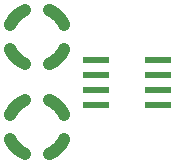
<source format=gbr>
G04 EAGLE Gerber RS-274X export*
G75*
%MOMM*%
%FSLAX34Y34*%
%LPD*%
%INSolderpaste Top*%
%IPPOS*%
%AMOC8*
5,1,8,0,0,1.08239X$1,22.5*%
G01*
%ADD10R,2.209800X0.609600*%
%ADD11C,1.016000*%


D10*
X88138Y95250D03*
X88138Y82550D03*
X88138Y69850D03*
X88138Y57150D03*
X140462Y57150D03*
X140462Y69850D03*
X140462Y82550D03*
X140462Y95250D03*
D11*
X27940Y137160D02*
X27384Y136904D01*
X26834Y136635D01*
X26290Y136353D01*
X25754Y136057D01*
X25225Y135749D01*
X24704Y135427D01*
X24191Y135093D01*
X23686Y134746D01*
X23190Y134387D01*
X22703Y134016D01*
X22225Y133633D01*
X21757Y133239D01*
X21298Y132833D01*
X20849Y132417D01*
X20411Y131989D01*
X19983Y131551D01*
X19567Y131102D01*
X19161Y130643D01*
X18767Y130175D01*
X18384Y129697D01*
X18013Y129210D01*
X17654Y128714D01*
X17307Y128209D01*
X16973Y127696D01*
X16651Y127175D01*
X16343Y126646D01*
X16047Y126110D01*
X15765Y125566D01*
X15496Y125016D01*
X15240Y124460D01*
X48260Y137160D02*
X48816Y136904D01*
X49366Y136635D01*
X49910Y136353D01*
X50446Y136057D01*
X50975Y135749D01*
X51496Y135427D01*
X52009Y135093D01*
X52514Y134746D01*
X53010Y134387D01*
X53497Y134016D01*
X53975Y133633D01*
X54443Y133239D01*
X54902Y132833D01*
X55351Y132417D01*
X55789Y131989D01*
X56217Y131551D01*
X56633Y131102D01*
X57039Y130643D01*
X57433Y130175D01*
X57816Y129697D01*
X58187Y129210D01*
X58546Y128714D01*
X58893Y128209D01*
X59227Y127696D01*
X59549Y127175D01*
X59857Y126646D01*
X60153Y126110D01*
X60435Y125566D01*
X60704Y125016D01*
X60960Y124460D01*
X60960Y104140D02*
X60704Y103584D01*
X60435Y103034D01*
X60153Y102490D01*
X59857Y101954D01*
X59549Y101425D01*
X59227Y100904D01*
X58893Y100391D01*
X58546Y99886D01*
X58187Y99390D01*
X57816Y98903D01*
X57433Y98425D01*
X57039Y97957D01*
X56633Y97498D01*
X56217Y97049D01*
X55789Y96611D01*
X55351Y96183D01*
X54902Y95767D01*
X54443Y95361D01*
X53975Y94967D01*
X53497Y94584D01*
X53010Y94213D01*
X52514Y93854D01*
X52009Y93507D01*
X51496Y93173D01*
X50975Y92851D01*
X50446Y92543D01*
X49910Y92247D01*
X49366Y91965D01*
X48816Y91696D01*
X48260Y91440D01*
X27940Y91440D02*
X27384Y91696D01*
X26834Y91965D01*
X26290Y92247D01*
X25754Y92543D01*
X25225Y92851D01*
X24704Y93173D01*
X24191Y93507D01*
X23686Y93854D01*
X23190Y94213D01*
X22703Y94584D01*
X22225Y94967D01*
X21757Y95361D01*
X21298Y95767D01*
X20849Y96183D01*
X20411Y96611D01*
X19983Y97049D01*
X19567Y97498D01*
X19161Y97957D01*
X18767Y98425D01*
X18384Y98903D01*
X18013Y99390D01*
X17654Y99886D01*
X17307Y100391D01*
X16973Y100904D01*
X16651Y101425D01*
X16343Y101954D01*
X16047Y102490D01*
X15765Y103034D01*
X15496Y103584D01*
X15240Y104140D01*
X27940Y60960D02*
X27384Y60704D01*
X26834Y60435D01*
X26290Y60153D01*
X25754Y59857D01*
X25225Y59549D01*
X24704Y59227D01*
X24191Y58893D01*
X23686Y58546D01*
X23190Y58187D01*
X22703Y57816D01*
X22225Y57433D01*
X21757Y57039D01*
X21298Y56633D01*
X20849Y56217D01*
X20411Y55789D01*
X19983Y55351D01*
X19567Y54902D01*
X19161Y54443D01*
X18767Y53975D01*
X18384Y53497D01*
X18013Y53010D01*
X17654Y52514D01*
X17307Y52009D01*
X16973Y51496D01*
X16651Y50975D01*
X16343Y50446D01*
X16047Y49910D01*
X15765Y49366D01*
X15496Y48816D01*
X15240Y48260D01*
X48260Y60960D02*
X48816Y60704D01*
X49366Y60435D01*
X49910Y60153D01*
X50446Y59857D01*
X50975Y59549D01*
X51496Y59227D01*
X52009Y58893D01*
X52514Y58546D01*
X53010Y58187D01*
X53497Y57816D01*
X53975Y57433D01*
X54443Y57039D01*
X54902Y56633D01*
X55351Y56217D01*
X55789Y55789D01*
X56217Y55351D01*
X56633Y54902D01*
X57039Y54443D01*
X57433Y53975D01*
X57816Y53497D01*
X58187Y53010D01*
X58546Y52514D01*
X58893Y52009D01*
X59227Y51496D01*
X59549Y50975D01*
X59857Y50446D01*
X60153Y49910D01*
X60435Y49366D01*
X60704Y48816D01*
X60960Y48260D01*
X60960Y27940D02*
X60704Y27384D01*
X60435Y26834D01*
X60153Y26290D01*
X59857Y25754D01*
X59549Y25225D01*
X59227Y24704D01*
X58893Y24191D01*
X58546Y23686D01*
X58187Y23190D01*
X57816Y22703D01*
X57433Y22225D01*
X57039Y21757D01*
X56633Y21298D01*
X56217Y20849D01*
X55789Y20411D01*
X55351Y19983D01*
X54902Y19567D01*
X54443Y19161D01*
X53975Y18767D01*
X53497Y18384D01*
X53010Y18013D01*
X52514Y17654D01*
X52009Y17307D01*
X51496Y16973D01*
X50975Y16651D01*
X50446Y16343D01*
X49910Y16047D01*
X49366Y15765D01*
X48816Y15496D01*
X48260Y15240D01*
X27940Y15240D02*
X27384Y15496D01*
X26834Y15765D01*
X26290Y16047D01*
X25754Y16343D01*
X25225Y16651D01*
X24704Y16973D01*
X24191Y17307D01*
X23686Y17654D01*
X23190Y18013D01*
X22703Y18384D01*
X22225Y18767D01*
X21757Y19161D01*
X21298Y19567D01*
X20849Y19983D01*
X20411Y20411D01*
X19983Y20849D01*
X19567Y21298D01*
X19161Y21757D01*
X18767Y22225D01*
X18384Y22703D01*
X18013Y23190D01*
X17654Y23686D01*
X17307Y24191D01*
X16973Y24704D01*
X16651Y25225D01*
X16343Y25754D01*
X16047Y26290D01*
X15765Y26834D01*
X15496Y27384D01*
X15240Y27940D01*
M02*

</source>
